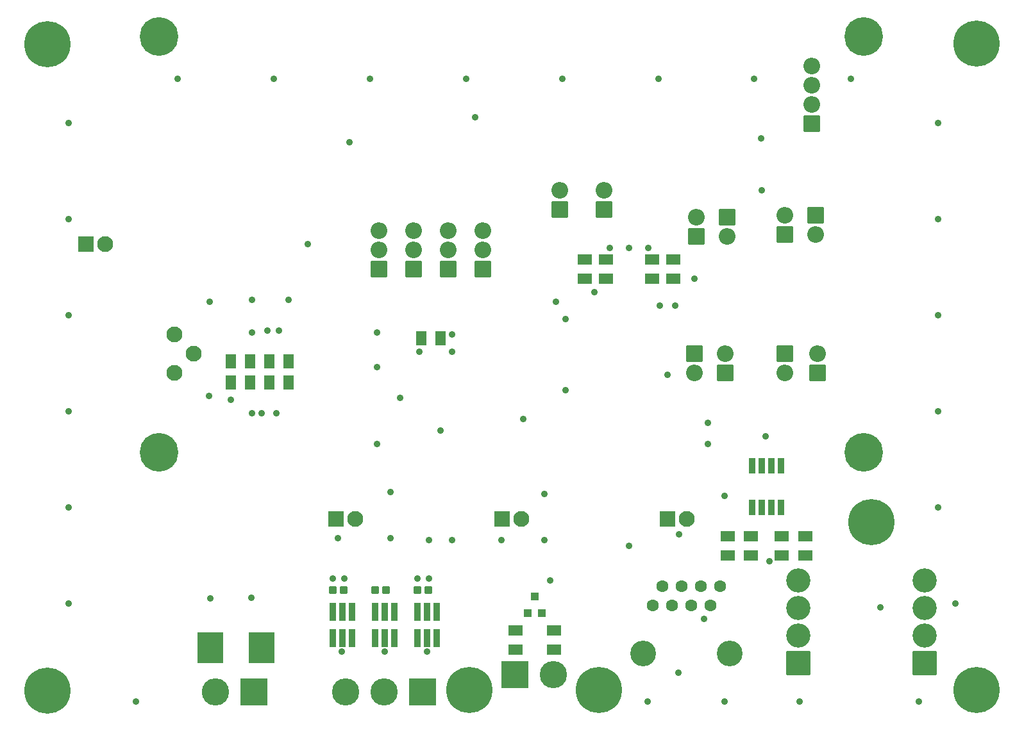
<source format=gbs>
G04 #@! TF.GenerationSoftware,KiCad,Pcbnew,7.0.9*
G04 #@! TF.CreationDate,2023-12-23T18:10:07+01:00*
G04 #@! TF.ProjectId,signalization-by-fireplace,7369676e-616c-4697-9a61-74696f6e2d62,v2.0*
G04 #@! TF.SameCoordinates,Original*
G04 #@! TF.FileFunction,Soldermask,Bot*
G04 #@! TF.FilePolarity,Negative*
%FSLAX46Y46*%
G04 Gerber Fmt 4.6, Leading zero omitted, Abs format (unit mm)*
G04 Created by KiCad (PCBNEW 7.0.9) date 2023-12-23 18:10:07*
%MOMM*%
%LPD*%
G01*
G04 APERTURE LIST*
G04 Aperture macros list*
%AMRoundRect*
0 Rectangle with rounded corners*
0 $1 Rounding radius*
0 $2 $3 $4 $5 $6 $7 $8 $9 X,Y pos of 4 corners*
0 Add a 4 corners polygon primitive as box body*
4,1,4,$2,$3,$4,$5,$6,$7,$8,$9,$2,$3,0*
0 Add four circle primitives for the rounded corners*
1,1,$1+$1,$2,$3*
1,1,$1+$1,$4,$5*
1,1,$1+$1,$6,$7*
1,1,$1+$1,$8,$9*
0 Add four rect primitives between the rounded corners*
20,1,$1+$1,$2,$3,$4,$5,0*
20,1,$1+$1,$4,$5,$6,$7,0*
20,1,$1+$1,$6,$7,$8,$9,0*
20,1,$1+$1,$8,$9,$2,$3,0*%
%AMFreePoly0*
4,1,13,0.685355,0.935355,0.700000,0.900000,0.700000,-0.900000,0.685355,-0.935355,0.650000,-0.950000,-0.650000,-0.950000,-0.685355,-0.935355,-0.700000,-0.900000,-0.700000,0.900000,-0.685355,0.935355,-0.650000,0.950000,0.650000,0.950000,0.685355,0.935355,0.685355,0.935355,$1*%
G04 Aperture macros list end*
%ADD10C,6.100000*%
%ADD11RoundRect,0.050000X1.050000X1.050000X-1.050000X1.050000X-1.050000X-1.050000X1.050000X-1.050000X0*%
%ADD12O,2.200000X2.200000*%
%ADD13RoundRect,0.050000X-1.050000X-1.050000X1.050000X-1.050000X1.050000X1.050000X-1.050000X1.050000X0*%
%ADD14C,5.100000*%
%ADD15RoundRect,0.050000X-1.750000X-1.750000X1.750000X-1.750000X1.750000X1.750000X-1.750000X1.750000X0*%
%ADD16C,3.600000*%
%ADD17O,3.600000X3.600000*%
%ADD18C,3.400000*%
%ADD19C,1.600000*%
%ADD20RoundRect,0.050000X1.550000X1.550000X-1.550000X1.550000X-1.550000X-1.550000X1.550000X-1.550000X0*%
%ADD21O,3.200000X3.200000*%
%ADD22C,2.100000*%
%ADD23FreePoly0,270.000000*%
%ADD24FreePoly0,180.000000*%
%ADD25RoundRect,0.050000X-0.400000X1.100000X-0.400000X-1.100000X0.400000X-1.100000X0.400000X1.100000X0*%
%ADD26RoundRect,0.050000X-0.450000X-0.450000X0.450000X-0.450000X0.450000X0.450000X-0.450000X0.450000X0*%
%ADD27RoundRect,0.050000X-1.000000X-1.000000X1.000000X-1.000000X1.000000X1.000000X-1.000000X1.000000X0*%
%ADD28RoundRect,0.050000X0.500000X-0.500000X0.500000X0.500000X-0.500000X0.500000X-0.500000X-0.500000X0*%
%ADD29FreePoly0,90.000000*%
%ADD30FreePoly0,0.000000*%
%ADD31RoundRect,0.050000X0.400000X-1.000000X0.400000X1.000000X-0.400000X1.000000X-0.400000X-1.000000X0*%
%ADD32RoundRect,0.050000X-1.650000X2.000000X-1.650000X-2.000000X1.650000X-2.000000X1.650000X2.000000X0*%
%ADD33C,0.900000*%
G04 APERTURE END LIST*
D10*
X208788000Y-138049000D03*
X208788000Y-52642441D03*
X141837500Y-138049000D03*
X158897500Y-138049000D03*
X86106000Y-52675428D03*
X86106000Y-138102922D03*
X194898000Y-115871000D03*
D11*
X159575500Y-74549000D03*
D12*
X159575500Y-72009000D03*
D11*
X187769500Y-96139000D03*
D12*
X187769500Y-93599000D03*
D13*
X183451500Y-93599000D03*
D12*
X183451500Y-96139000D03*
D11*
X175577500Y-96139000D03*
D12*
X175577500Y-93599000D03*
D13*
X171513500Y-93599000D03*
D12*
X171513500Y-96139000D03*
D11*
X171767500Y-78105000D03*
D12*
X171767500Y-75565000D03*
D13*
X175831500Y-75565000D03*
D12*
X175831500Y-78105000D03*
D11*
X183451500Y-77851000D03*
D12*
X183451500Y-75311000D03*
D13*
X187515500Y-75311000D03*
D12*
X187515500Y-77851000D03*
D11*
X153733500Y-74549000D03*
D12*
X153733500Y-72009000D03*
D13*
X187012700Y-63228740D03*
D12*
X187012700Y-60688740D03*
X187012700Y-58148740D03*
X187012700Y-55608740D03*
D14*
X193905500Y-106649000D03*
X100861500Y-106649000D03*
X100861500Y-51649000D03*
X193905500Y-51649000D03*
D15*
X135667500Y-138303000D03*
D16*
X130587500Y-138303000D03*
X125507500Y-138303000D03*
D15*
X147797500Y-136017000D03*
D16*
X152877500Y-136017000D03*
D15*
X113377500Y-138303000D03*
D17*
X108297500Y-138303000D03*
D11*
X143573500Y-82423000D03*
D12*
X143573500Y-79883000D03*
X143573500Y-77343000D03*
D11*
X139001500Y-82423000D03*
D12*
X139001500Y-79883000D03*
X139001500Y-77343000D03*
D11*
X134429500Y-82423000D03*
D12*
X134429500Y-79883000D03*
X134429500Y-77343000D03*
D11*
X129857500Y-82423000D03*
D12*
X129857500Y-79883000D03*
X129857500Y-77343000D03*
D18*
X164781500Y-133223000D03*
X176213500Y-133223000D03*
D19*
X166053500Y-126873000D03*
X167323500Y-124333000D03*
X168593500Y-126873000D03*
X169863500Y-124333000D03*
X171133500Y-126873000D03*
X172403500Y-124333000D03*
X173673500Y-126873000D03*
X174943500Y-124333000D03*
D20*
X201930000Y-134493000D03*
D21*
X201930000Y-130853000D03*
X201930000Y-127213000D03*
X201930000Y-123573000D03*
D20*
X185229500Y-134493000D03*
D21*
X185229500Y-130853000D03*
X185229500Y-127213000D03*
X185229500Y-123573000D03*
D22*
X102870000Y-96139000D03*
X105422700Y-93599000D03*
X102870000Y-91059000D03*
D23*
X159829500Y-81153000D03*
X159829500Y-83693000D03*
X157035500Y-81153000D03*
X157035500Y-83693000D03*
X165925500Y-81153000D03*
X165925500Y-83693000D03*
X168719500Y-81153000D03*
X168719500Y-83693000D03*
D24*
X137985500Y-91567000D03*
X135445500Y-91567000D03*
D25*
X123761500Y-127685800D03*
X125031500Y-127685800D03*
X126301500Y-127685800D03*
X126301500Y-131140200D03*
X125031500Y-131140200D03*
X123761500Y-131140200D03*
X129349500Y-127685800D03*
X130619500Y-127685800D03*
X131889500Y-127685800D03*
X131889500Y-131140200D03*
X130619500Y-131140200D03*
X129349500Y-131140200D03*
D26*
X123798500Y-124841000D03*
X125248500Y-124841000D03*
X129386500Y-124841000D03*
X130836500Y-124841000D03*
D27*
X124225500Y-115443000D03*
D22*
X126765500Y-115443000D03*
D28*
X151381500Y-127873000D03*
X149481500Y-127873000D03*
X150431500Y-125673000D03*
D27*
X167957500Y-115443000D03*
D22*
X170497500Y-115443000D03*
D29*
X147891500Y-132715000D03*
X147891500Y-130175000D03*
D30*
X110299500Y-97409000D03*
X112839500Y-97409000D03*
X110299500Y-94615000D03*
X112839500Y-94615000D03*
X115379500Y-97409000D03*
X117919500Y-97409000D03*
D27*
X146091500Y-115443000D03*
D22*
X148631500Y-115443000D03*
D29*
X152971500Y-132715000D03*
X152971500Y-130175000D03*
D31*
X182943500Y-113885000D03*
X181673500Y-113885000D03*
X180403500Y-113885000D03*
X179133500Y-113885000D03*
X179133500Y-108365000D03*
X180403500Y-108365000D03*
X181673500Y-108365000D03*
X182943500Y-108365000D03*
D29*
X175958500Y-120269000D03*
X175958500Y-117729000D03*
X179006500Y-120269000D03*
X179006500Y-117729000D03*
X186182000Y-120269000D03*
X186182000Y-117729000D03*
X183070500Y-120269000D03*
X183070500Y-117729000D03*
D27*
X91186000Y-79121000D03*
D22*
X93726000Y-79121000D03*
D32*
X107598000Y-132461000D03*
X114398000Y-132461000D03*
D24*
X117919500Y-94615000D03*
X115379500Y-94615000D03*
D25*
X134937500Y-127685800D03*
X136207500Y-127685800D03*
X137477500Y-127685800D03*
X137477500Y-131140200D03*
X136207500Y-131140200D03*
X134937500Y-131140200D03*
D26*
X134974500Y-124841000D03*
X136424500Y-124841000D03*
D33*
X124968000Y-132969000D03*
X130619500Y-132969000D03*
X136207500Y-132969000D03*
X136461500Y-123317000D03*
X134937500Y-123317000D03*
X125285500Y-123317000D03*
X123761500Y-123317000D03*
X113030000Y-125857000D03*
X107594837Y-125895037D03*
X175514000Y-112395000D03*
X169481500Y-117475000D03*
X162877500Y-118999000D03*
X181419500Y-121031000D03*
X167957500Y-96393000D03*
X142557500Y-62357000D03*
X125984000Y-65659000D03*
X158305500Y-85471000D03*
X107442000Y-99187000D03*
X110299500Y-99695000D03*
X113093500Y-101473000D03*
X114363500Y-101473000D03*
X116332000Y-101473000D03*
X113093500Y-90805000D03*
X115125500Y-90551000D03*
X116649500Y-90551000D03*
X117919500Y-86487000D03*
X113093500Y-86487000D03*
X107505500Y-86741000D03*
X120459500Y-79121000D03*
X139509500Y-91059000D03*
X139509500Y-93345000D03*
X135191500Y-93345000D03*
X129603500Y-90805000D03*
X129603500Y-95377000D03*
X132651500Y-99441000D03*
X153225500Y-86741000D03*
X154495500Y-89027000D03*
X154495500Y-98425000D03*
X160337500Y-79629000D03*
X162877500Y-79629000D03*
X165417500Y-79629000D03*
X171513500Y-83693000D03*
X168973500Y-87249000D03*
X166941500Y-87249000D03*
X180911500Y-104521000D03*
X173291500Y-102743000D03*
X173291500Y-105537000D03*
X148907500Y-102235000D03*
X137985500Y-103759000D03*
X129603500Y-105537000D03*
X124460000Y-117983000D03*
X131381500Y-111887000D03*
X131381500Y-117983000D03*
X136461500Y-118237000D03*
X139509500Y-118237000D03*
X151701500Y-112141000D03*
X146050000Y-118237000D03*
X151701500Y-118237000D03*
X152463500Y-123571000D03*
X180403500Y-72009000D03*
X180340000Y-65151000D03*
X179387500Y-57277000D03*
X192151000Y-57277000D03*
X203708000Y-63119000D03*
X203708000Y-75819000D03*
X203708000Y-88519000D03*
X203708000Y-101219000D03*
X203708000Y-113919000D03*
X205994000Y-126619000D03*
X196088000Y-127127000D03*
X172783500Y-128651000D03*
X169418000Y-135763000D03*
X201168000Y-139573000D03*
X185420000Y-139573000D03*
X175514000Y-139573000D03*
X165354000Y-139573000D03*
X166751000Y-57277000D03*
X154051000Y-57277000D03*
X141351000Y-57277000D03*
X128651000Y-57277000D03*
X115951000Y-57277000D03*
X103251000Y-57277000D03*
X97790000Y-139573000D03*
X88900000Y-126619000D03*
X88900000Y-113919000D03*
X88900000Y-101219000D03*
X88900000Y-88519000D03*
X88900000Y-75819000D03*
X88900000Y-63119000D03*
M02*

</source>
